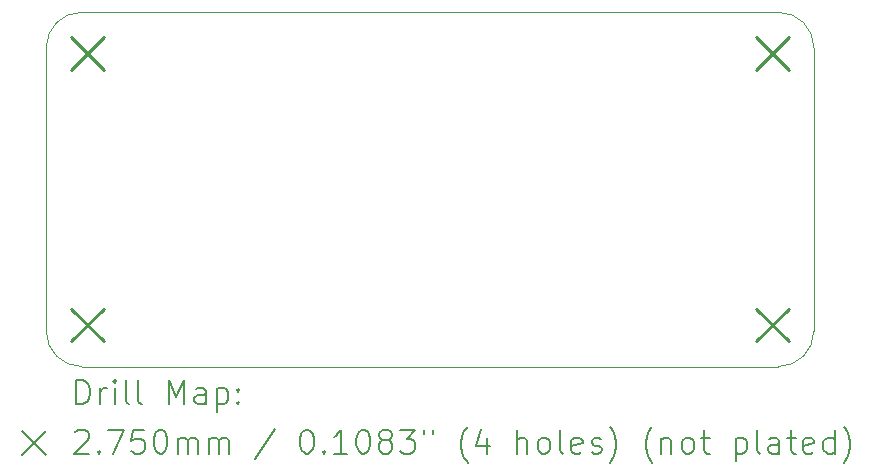
<source format=gbr>
%TF.GenerationSoftware,KiCad,Pcbnew,7.0.8*%
%TF.CreationDate,2023-11-03T14:19:17+02:00*%
%TF.ProjectId,TinyNumberHat,54696e79-4e75-46d6-9265-724861742e6b,rev?*%
%TF.SameCoordinates,Original*%
%TF.FileFunction,Drillmap*%
%TF.FilePolarity,Positive*%
%FSLAX45Y45*%
G04 Gerber Fmt 4.5, Leading zero omitted, Abs format (unit mm)*
G04 Created by KiCad (PCBNEW 7.0.8) date 2023-11-03 14:19:17*
%MOMM*%
%LPD*%
G01*
G04 APERTURE LIST*
%ADD10C,0.100000*%
%ADD11C,0.200000*%
%ADD12C,0.275000*%
G04 APERTURE END LIST*
D10*
X16500000Y-7300000D02*
G75*
G03*
X16200000Y-7000000I-300000J0D01*
G01*
X16500000Y-9700000D02*
X16500000Y-7300000D01*
X10000000Y-7300000D02*
X10000000Y-9700000D01*
X10000000Y-9700000D02*
G75*
G03*
X10300000Y-10000000I300000J0D01*
G01*
X10300000Y-10000000D02*
X16200000Y-10000000D01*
X16200000Y-10000000D02*
G75*
G03*
X16500000Y-9700000I0J300000D01*
G01*
X10300000Y-7000000D02*
G75*
G03*
X10000000Y-7300000I0J-300000D01*
G01*
X16200000Y-7000000D02*
X10300000Y-7000000D01*
D11*
D12*
X10212500Y-7212500D02*
X10487500Y-7487500D01*
X10487500Y-7212500D02*
X10212500Y-7487500D01*
X10212500Y-9512500D02*
X10487500Y-9787500D01*
X10487500Y-9512500D02*
X10212500Y-9787500D01*
X16012500Y-7212500D02*
X16287500Y-7487500D01*
X16287500Y-7212500D02*
X16012500Y-7487500D01*
X16012500Y-9512500D02*
X16287500Y-9787500D01*
X16287500Y-9512500D02*
X16012500Y-9787500D01*
D11*
X10255777Y-10316484D02*
X10255777Y-10116484D01*
X10255777Y-10116484D02*
X10303396Y-10116484D01*
X10303396Y-10116484D02*
X10331967Y-10126008D01*
X10331967Y-10126008D02*
X10351015Y-10145055D01*
X10351015Y-10145055D02*
X10360539Y-10164103D01*
X10360539Y-10164103D02*
X10370063Y-10202198D01*
X10370063Y-10202198D02*
X10370063Y-10230770D01*
X10370063Y-10230770D02*
X10360539Y-10268865D01*
X10360539Y-10268865D02*
X10351015Y-10287912D01*
X10351015Y-10287912D02*
X10331967Y-10306960D01*
X10331967Y-10306960D02*
X10303396Y-10316484D01*
X10303396Y-10316484D02*
X10255777Y-10316484D01*
X10455777Y-10316484D02*
X10455777Y-10183150D01*
X10455777Y-10221246D02*
X10465301Y-10202198D01*
X10465301Y-10202198D02*
X10474824Y-10192674D01*
X10474824Y-10192674D02*
X10493872Y-10183150D01*
X10493872Y-10183150D02*
X10512920Y-10183150D01*
X10579586Y-10316484D02*
X10579586Y-10183150D01*
X10579586Y-10116484D02*
X10570063Y-10126008D01*
X10570063Y-10126008D02*
X10579586Y-10135531D01*
X10579586Y-10135531D02*
X10589110Y-10126008D01*
X10589110Y-10126008D02*
X10579586Y-10116484D01*
X10579586Y-10116484D02*
X10579586Y-10135531D01*
X10703396Y-10316484D02*
X10684348Y-10306960D01*
X10684348Y-10306960D02*
X10674824Y-10287912D01*
X10674824Y-10287912D02*
X10674824Y-10116484D01*
X10808158Y-10316484D02*
X10789110Y-10306960D01*
X10789110Y-10306960D02*
X10779586Y-10287912D01*
X10779586Y-10287912D02*
X10779586Y-10116484D01*
X11036729Y-10316484D02*
X11036729Y-10116484D01*
X11036729Y-10116484D02*
X11103396Y-10259341D01*
X11103396Y-10259341D02*
X11170063Y-10116484D01*
X11170063Y-10116484D02*
X11170063Y-10316484D01*
X11351015Y-10316484D02*
X11351015Y-10211722D01*
X11351015Y-10211722D02*
X11341491Y-10192674D01*
X11341491Y-10192674D02*
X11322443Y-10183150D01*
X11322443Y-10183150D02*
X11284348Y-10183150D01*
X11284348Y-10183150D02*
X11265301Y-10192674D01*
X11351015Y-10306960D02*
X11331967Y-10316484D01*
X11331967Y-10316484D02*
X11284348Y-10316484D01*
X11284348Y-10316484D02*
X11265301Y-10306960D01*
X11265301Y-10306960D02*
X11255777Y-10287912D01*
X11255777Y-10287912D02*
X11255777Y-10268865D01*
X11255777Y-10268865D02*
X11265301Y-10249817D01*
X11265301Y-10249817D02*
X11284348Y-10240293D01*
X11284348Y-10240293D02*
X11331967Y-10240293D01*
X11331967Y-10240293D02*
X11351015Y-10230770D01*
X11446253Y-10183150D02*
X11446253Y-10383150D01*
X11446253Y-10192674D02*
X11465301Y-10183150D01*
X11465301Y-10183150D02*
X11503396Y-10183150D01*
X11503396Y-10183150D02*
X11522443Y-10192674D01*
X11522443Y-10192674D02*
X11531967Y-10202198D01*
X11531967Y-10202198D02*
X11541491Y-10221246D01*
X11541491Y-10221246D02*
X11541491Y-10278389D01*
X11541491Y-10278389D02*
X11531967Y-10297436D01*
X11531967Y-10297436D02*
X11522443Y-10306960D01*
X11522443Y-10306960D02*
X11503396Y-10316484D01*
X11503396Y-10316484D02*
X11465301Y-10316484D01*
X11465301Y-10316484D02*
X11446253Y-10306960D01*
X11627205Y-10297436D02*
X11636729Y-10306960D01*
X11636729Y-10306960D02*
X11627205Y-10316484D01*
X11627205Y-10316484D02*
X11617682Y-10306960D01*
X11617682Y-10306960D02*
X11627205Y-10297436D01*
X11627205Y-10297436D02*
X11627205Y-10316484D01*
X11627205Y-10192674D02*
X11636729Y-10202198D01*
X11636729Y-10202198D02*
X11627205Y-10211722D01*
X11627205Y-10211722D02*
X11617682Y-10202198D01*
X11617682Y-10202198D02*
X11627205Y-10192674D01*
X11627205Y-10192674D02*
X11627205Y-10211722D01*
X9795000Y-10545000D02*
X9995000Y-10745000D01*
X9995000Y-10545000D02*
X9795000Y-10745000D01*
X10246253Y-10555531D02*
X10255777Y-10546008D01*
X10255777Y-10546008D02*
X10274824Y-10536484D01*
X10274824Y-10536484D02*
X10322444Y-10536484D01*
X10322444Y-10536484D02*
X10341491Y-10546008D01*
X10341491Y-10546008D02*
X10351015Y-10555531D01*
X10351015Y-10555531D02*
X10360539Y-10574579D01*
X10360539Y-10574579D02*
X10360539Y-10593627D01*
X10360539Y-10593627D02*
X10351015Y-10622198D01*
X10351015Y-10622198D02*
X10236729Y-10736484D01*
X10236729Y-10736484D02*
X10360539Y-10736484D01*
X10446253Y-10717436D02*
X10455777Y-10726960D01*
X10455777Y-10726960D02*
X10446253Y-10736484D01*
X10446253Y-10736484D02*
X10436729Y-10726960D01*
X10436729Y-10726960D02*
X10446253Y-10717436D01*
X10446253Y-10717436D02*
X10446253Y-10736484D01*
X10522444Y-10536484D02*
X10655777Y-10536484D01*
X10655777Y-10536484D02*
X10570063Y-10736484D01*
X10827205Y-10536484D02*
X10731967Y-10536484D01*
X10731967Y-10536484D02*
X10722444Y-10631722D01*
X10722444Y-10631722D02*
X10731967Y-10622198D01*
X10731967Y-10622198D02*
X10751015Y-10612674D01*
X10751015Y-10612674D02*
X10798634Y-10612674D01*
X10798634Y-10612674D02*
X10817682Y-10622198D01*
X10817682Y-10622198D02*
X10827205Y-10631722D01*
X10827205Y-10631722D02*
X10836729Y-10650770D01*
X10836729Y-10650770D02*
X10836729Y-10698389D01*
X10836729Y-10698389D02*
X10827205Y-10717436D01*
X10827205Y-10717436D02*
X10817682Y-10726960D01*
X10817682Y-10726960D02*
X10798634Y-10736484D01*
X10798634Y-10736484D02*
X10751015Y-10736484D01*
X10751015Y-10736484D02*
X10731967Y-10726960D01*
X10731967Y-10726960D02*
X10722444Y-10717436D01*
X10960539Y-10536484D02*
X10979586Y-10536484D01*
X10979586Y-10536484D02*
X10998634Y-10546008D01*
X10998634Y-10546008D02*
X11008158Y-10555531D01*
X11008158Y-10555531D02*
X11017682Y-10574579D01*
X11017682Y-10574579D02*
X11027205Y-10612674D01*
X11027205Y-10612674D02*
X11027205Y-10660293D01*
X11027205Y-10660293D02*
X11017682Y-10698389D01*
X11017682Y-10698389D02*
X11008158Y-10717436D01*
X11008158Y-10717436D02*
X10998634Y-10726960D01*
X10998634Y-10726960D02*
X10979586Y-10736484D01*
X10979586Y-10736484D02*
X10960539Y-10736484D01*
X10960539Y-10736484D02*
X10941491Y-10726960D01*
X10941491Y-10726960D02*
X10931967Y-10717436D01*
X10931967Y-10717436D02*
X10922444Y-10698389D01*
X10922444Y-10698389D02*
X10912920Y-10660293D01*
X10912920Y-10660293D02*
X10912920Y-10612674D01*
X10912920Y-10612674D02*
X10922444Y-10574579D01*
X10922444Y-10574579D02*
X10931967Y-10555531D01*
X10931967Y-10555531D02*
X10941491Y-10546008D01*
X10941491Y-10546008D02*
X10960539Y-10536484D01*
X11112920Y-10736484D02*
X11112920Y-10603150D01*
X11112920Y-10622198D02*
X11122444Y-10612674D01*
X11122444Y-10612674D02*
X11141491Y-10603150D01*
X11141491Y-10603150D02*
X11170063Y-10603150D01*
X11170063Y-10603150D02*
X11189110Y-10612674D01*
X11189110Y-10612674D02*
X11198634Y-10631722D01*
X11198634Y-10631722D02*
X11198634Y-10736484D01*
X11198634Y-10631722D02*
X11208158Y-10612674D01*
X11208158Y-10612674D02*
X11227205Y-10603150D01*
X11227205Y-10603150D02*
X11255777Y-10603150D01*
X11255777Y-10603150D02*
X11274824Y-10612674D01*
X11274824Y-10612674D02*
X11284348Y-10631722D01*
X11284348Y-10631722D02*
X11284348Y-10736484D01*
X11379586Y-10736484D02*
X11379586Y-10603150D01*
X11379586Y-10622198D02*
X11389110Y-10612674D01*
X11389110Y-10612674D02*
X11408158Y-10603150D01*
X11408158Y-10603150D02*
X11436729Y-10603150D01*
X11436729Y-10603150D02*
X11455777Y-10612674D01*
X11455777Y-10612674D02*
X11465301Y-10631722D01*
X11465301Y-10631722D02*
X11465301Y-10736484D01*
X11465301Y-10631722D02*
X11474824Y-10612674D01*
X11474824Y-10612674D02*
X11493872Y-10603150D01*
X11493872Y-10603150D02*
X11522443Y-10603150D01*
X11522443Y-10603150D02*
X11541491Y-10612674D01*
X11541491Y-10612674D02*
X11551015Y-10631722D01*
X11551015Y-10631722D02*
X11551015Y-10736484D01*
X11941491Y-10526960D02*
X11770063Y-10784103D01*
X12198634Y-10536484D02*
X12217682Y-10536484D01*
X12217682Y-10536484D02*
X12236729Y-10546008D01*
X12236729Y-10546008D02*
X12246253Y-10555531D01*
X12246253Y-10555531D02*
X12255777Y-10574579D01*
X12255777Y-10574579D02*
X12265301Y-10612674D01*
X12265301Y-10612674D02*
X12265301Y-10660293D01*
X12265301Y-10660293D02*
X12255777Y-10698389D01*
X12255777Y-10698389D02*
X12246253Y-10717436D01*
X12246253Y-10717436D02*
X12236729Y-10726960D01*
X12236729Y-10726960D02*
X12217682Y-10736484D01*
X12217682Y-10736484D02*
X12198634Y-10736484D01*
X12198634Y-10736484D02*
X12179586Y-10726960D01*
X12179586Y-10726960D02*
X12170063Y-10717436D01*
X12170063Y-10717436D02*
X12160539Y-10698389D01*
X12160539Y-10698389D02*
X12151015Y-10660293D01*
X12151015Y-10660293D02*
X12151015Y-10612674D01*
X12151015Y-10612674D02*
X12160539Y-10574579D01*
X12160539Y-10574579D02*
X12170063Y-10555531D01*
X12170063Y-10555531D02*
X12179586Y-10546008D01*
X12179586Y-10546008D02*
X12198634Y-10536484D01*
X12351015Y-10717436D02*
X12360539Y-10726960D01*
X12360539Y-10726960D02*
X12351015Y-10736484D01*
X12351015Y-10736484D02*
X12341491Y-10726960D01*
X12341491Y-10726960D02*
X12351015Y-10717436D01*
X12351015Y-10717436D02*
X12351015Y-10736484D01*
X12551015Y-10736484D02*
X12436729Y-10736484D01*
X12493872Y-10736484D02*
X12493872Y-10536484D01*
X12493872Y-10536484D02*
X12474825Y-10565055D01*
X12474825Y-10565055D02*
X12455777Y-10584103D01*
X12455777Y-10584103D02*
X12436729Y-10593627D01*
X12674825Y-10536484D02*
X12693872Y-10536484D01*
X12693872Y-10536484D02*
X12712920Y-10546008D01*
X12712920Y-10546008D02*
X12722444Y-10555531D01*
X12722444Y-10555531D02*
X12731967Y-10574579D01*
X12731967Y-10574579D02*
X12741491Y-10612674D01*
X12741491Y-10612674D02*
X12741491Y-10660293D01*
X12741491Y-10660293D02*
X12731967Y-10698389D01*
X12731967Y-10698389D02*
X12722444Y-10717436D01*
X12722444Y-10717436D02*
X12712920Y-10726960D01*
X12712920Y-10726960D02*
X12693872Y-10736484D01*
X12693872Y-10736484D02*
X12674825Y-10736484D01*
X12674825Y-10736484D02*
X12655777Y-10726960D01*
X12655777Y-10726960D02*
X12646253Y-10717436D01*
X12646253Y-10717436D02*
X12636729Y-10698389D01*
X12636729Y-10698389D02*
X12627206Y-10660293D01*
X12627206Y-10660293D02*
X12627206Y-10612674D01*
X12627206Y-10612674D02*
X12636729Y-10574579D01*
X12636729Y-10574579D02*
X12646253Y-10555531D01*
X12646253Y-10555531D02*
X12655777Y-10546008D01*
X12655777Y-10546008D02*
X12674825Y-10536484D01*
X12855777Y-10622198D02*
X12836729Y-10612674D01*
X12836729Y-10612674D02*
X12827206Y-10603150D01*
X12827206Y-10603150D02*
X12817682Y-10584103D01*
X12817682Y-10584103D02*
X12817682Y-10574579D01*
X12817682Y-10574579D02*
X12827206Y-10555531D01*
X12827206Y-10555531D02*
X12836729Y-10546008D01*
X12836729Y-10546008D02*
X12855777Y-10536484D01*
X12855777Y-10536484D02*
X12893872Y-10536484D01*
X12893872Y-10536484D02*
X12912920Y-10546008D01*
X12912920Y-10546008D02*
X12922444Y-10555531D01*
X12922444Y-10555531D02*
X12931967Y-10574579D01*
X12931967Y-10574579D02*
X12931967Y-10584103D01*
X12931967Y-10584103D02*
X12922444Y-10603150D01*
X12922444Y-10603150D02*
X12912920Y-10612674D01*
X12912920Y-10612674D02*
X12893872Y-10622198D01*
X12893872Y-10622198D02*
X12855777Y-10622198D01*
X12855777Y-10622198D02*
X12836729Y-10631722D01*
X12836729Y-10631722D02*
X12827206Y-10641246D01*
X12827206Y-10641246D02*
X12817682Y-10660293D01*
X12817682Y-10660293D02*
X12817682Y-10698389D01*
X12817682Y-10698389D02*
X12827206Y-10717436D01*
X12827206Y-10717436D02*
X12836729Y-10726960D01*
X12836729Y-10726960D02*
X12855777Y-10736484D01*
X12855777Y-10736484D02*
X12893872Y-10736484D01*
X12893872Y-10736484D02*
X12912920Y-10726960D01*
X12912920Y-10726960D02*
X12922444Y-10717436D01*
X12922444Y-10717436D02*
X12931967Y-10698389D01*
X12931967Y-10698389D02*
X12931967Y-10660293D01*
X12931967Y-10660293D02*
X12922444Y-10641246D01*
X12922444Y-10641246D02*
X12912920Y-10631722D01*
X12912920Y-10631722D02*
X12893872Y-10622198D01*
X12998634Y-10536484D02*
X13122444Y-10536484D01*
X13122444Y-10536484D02*
X13055777Y-10612674D01*
X13055777Y-10612674D02*
X13084348Y-10612674D01*
X13084348Y-10612674D02*
X13103396Y-10622198D01*
X13103396Y-10622198D02*
X13112920Y-10631722D01*
X13112920Y-10631722D02*
X13122444Y-10650770D01*
X13122444Y-10650770D02*
X13122444Y-10698389D01*
X13122444Y-10698389D02*
X13112920Y-10717436D01*
X13112920Y-10717436D02*
X13103396Y-10726960D01*
X13103396Y-10726960D02*
X13084348Y-10736484D01*
X13084348Y-10736484D02*
X13027206Y-10736484D01*
X13027206Y-10736484D02*
X13008158Y-10726960D01*
X13008158Y-10726960D02*
X12998634Y-10717436D01*
X13198634Y-10536484D02*
X13198634Y-10574579D01*
X13274825Y-10536484D02*
X13274825Y-10574579D01*
X13570063Y-10812674D02*
X13560539Y-10803150D01*
X13560539Y-10803150D02*
X13541491Y-10774579D01*
X13541491Y-10774579D02*
X13531968Y-10755531D01*
X13531968Y-10755531D02*
X13522444Y-10726960D01*
X13522444Y-10726960D02*
X13512920Y-10679341D01*
X13512920Y-10679341D02*
X13512920Y-10641246D01*
X13512920Y-10641246D02*
X13522444Y-10593627D01*
X13522444Y-10593627D02*
X13531968Y-10565055D01*
X13531968Y-10565055D02*
X13541491Y-10546008D01*
X13541491Y-10546008D02*
X13560539Y-10517436D01*
X13560539Y-10517436D02*
X13570063Y-10507912D01*
X13731968Y-10603150D02*
X13731968Y-10736484D01*
X13684348Y-10526960D02*
X13636729Y-10669817D01*
X13636729Y-10669817D02*
X13760539Y-10669817D01*
X13989110Y-10736484D02*
X13989110Y-10536484D01*
X14074825Y-10736484D02*
X14074825Y-10631722D01*
X14074825Y-10631722D02*
X14065301Y-10612674D01*
X14065301Y-10612674D02*
X14046253Y-10603150D01*
X14046253Y-10603150D02*
X14017682Y-10603150D01*
X14017682Y-10603150D02*
X13998634Y-10612674D01*
X13998634Y-10612674D02*
X13989110Y-10622198D01*
X14198634Y-10736484D02*
X14179587Y-10726960D01*
X14179587Y-10726960D02*
X14170063Y-10717436D01*
X14170063Y-10717436D02*
X14160539Y-10698389D01*
X14160539Y-10698389D02*
X14160539Y-10641246D01*
X14160539Y-10641246D02*
X14170063Y-10622198D01*
X14170063Y-10622198D02*
X14179587Y-10612674D01*
X14179587Y-10612674D02*
X14198634Y-10603150D01*
X14198634Y-10603150D02*
X14227206Y-10603150D01*
X14227206Y-10603150D02*
X14246253Y-10612674D01*
X14246253Y-10612674D02*
X14255777Y-10622198D01*
X14255777Y-10622198D02*
X14265301Y-10641246D01*
X14265301Y-10641246D02*
X14265301Y-10698389D01*
X14265301Y-10698389D02*
X14255777Y-10717436D01*
X14255777Y-10717436D02*
X14246253Y-10726960D01*
X14246253Y-10726960D02*
X14227206Y-10736484D01*
X14227206Y-10736484D02*
X14198634Y-10736484D01*
X14379587Y-10736484D02*
X14360539Y-10726960D01*
X14360539Y-10726960D02*
X14351015Y-10707912D01*
X14351015Y-10707912D02*
X14351015Y-10536484D01*
X14531968Y-10726960D02*
X14512920Y-10736484D01*
X14512920Y-10736484D02*
X14474825Y-10736484D01*
X14474825Y-10736484D02*
X14455777Y-10726960D01*
X14455777Y-10726960D02*
X14446253Y-10707912D01*
X14446253Y-10707912D02*
X14446253Y-10631722D01*
X14446253Y-10631722D02*
X14455777Y-10612674D01*
X14455777Y-10612674D02*
X14474825Y-10603150D01*
X14474825Y-10603150D02*
X14512920Y-10603150D01*
X14512920Y-10603150D02*
X14531968Y-10612674D01*
X14531968Y-10612674D02*
X14541491Y-10631722D01*
X14541491Y-10631722D02*
X14541491Y-10650770D01*
X14541491Y-10650770D02*
X14446253Y-10669817D01*
X14617682Y-10726960D02*
X14636730Y-10736484D01*
X14636730Y-10736484D02*
X14674825Y-10736484D01*
X14674825Y-10736484D02*
X14693872Y-10726960D01*
X14693872Y-10726960D02*
X14703396Y-10707912D01*
X14703396Y-10707912D02*
X14703396Y-10698389D01*
X14703396Y-10698389D02*
X14693872Y-10679341D01*
X14693872Y-10679341D02*
X14674825Y-10669817D01*
X14674825Y-10669817D02*
X14646253Y-10669817D01*
X14646253Y-10669817D02*
X14627206Y-10660293D01*
X14627206Y-10660293D02*
X14617682Y-10641246D01*
X14617682Y-10641246D02*
X14617682Y-10631722D01*
X14617682Y-10631722D02*
X14627206Y-10612674D01*
X14627206Y-10612674D02*
X14646253Y-10603150D01*
X14646253Y-10603150D02*
X14674825Y-10603150D01*
X14674825Y-10603150D02*
X14693872Y-10612674D01*
X14770063Y-10812674D02*
X14779587Y-10803150D01*
X14779587Y-10803150D02*
X14798634Y-10774579D01*
X14798634Y-10774579D02*
X14808158Y-10755531D01*
X14808158Y-10755531D02*
X14817682Y-10726960D01*
X14817682Y-10726960D02*
X14827206Y-10679341D01*
X14827206Y-10679341D02*
X14827206Y-10641246D01*
X14827206Y-10641246D02*
X14817682Y-10593627D01*
X14817682Y-10593627D02*
X14808158Y-10565055D01*
X14808158Y-10565055D02*
X14798634Y-10546008D01*
X14798634Y-10546008D02*
X14779587Y-10517436D01*
X14779587Y-10517436D02*
X14770063Y-10507912D01*
X15131968Y-10812674D02*
X15122444Y-10803150D01*
X15122444Y-10803150D02*
X15103396Y-10774579D01*
X15103396Y-10774579D02*
X15093872Y-10755531D01*
X15093872Y-10755531D02*
X15084349Y-10726960D01*
X15084349Y-10726960D02*
X15074825Y-10679341D01*
X15074825Y-10679341D02*
X15074825Y-10641246D01*
X15074825Y-10641246D02*
X15084349Y-10593627D01*
X15084349Y-10593627D02*
X15093872Y-10565055D01*
X15093872Y-10565055D02*
X15103396Y-10546008D01*
X15103396Y-10546008D02*
X15122444Y-10517436D01*
X15122444Y-10517436D02*
X15131968Y-10507912D01*
X15208158Y-10603150D02*
X15208158Y-10736484D01*
X15208158Y-10622198D02*
X15217682Y-10612674D01*
X15217682Y-10612674D02*
X15236730Y-10603150D01*
X15236730Y-10603150D02*
X15265301Y-10603150D01*
X15265301Y-10603150D02*
X15284349Y-10612674D01*
X15284349Y-10612674D02*
X15293872Y-10631722D01*
X15293872Y-10631722D02*
X15293872Y-10736484D01*
X15417682Y-10736484D02*
X15398634Y-10726960D01*
X15398634Y-10726960D02*
X15389111Y-10717436D01*
X15389111Y-10717436D02*
X15379587Y-10698389D01*
X15379587Y-10698389D02*
X15379587Y-10641246D01*
X15379587Y-10641246D02*
X15389111Y-10622198D01*
X15389111Y-10622198D02*
X15398634Y-10612674D01*
X15398634Y-10612674D02*
X15417682Y-10603150D01*
X15417682Y-10603150D02*
X15446253Y-10603150D01*
X15446253Y-10603150D02*
X15465301Y-10612674D01*
X15465301Y-10612674D02*
X15474825Y-10622198D01*
X15474825Y-10622198D02*
X15484349Y-10641246D01*
X15484349Y-10641246D02*
X15484349Y-10698389D01*
X15484349Y-10698389D02*
X15474825Y-10717436D01*
X15474825Y-10717436D02*
X15465301Y-10726960D01*
X15465301Y-10726960D02*
X15446253Y-10736484D01*
X15446253Y-10736484D02*
X15417682Y-10736484D01*
X15541492Y-10603150D02*
X15617682Y-10603150D01*
X15570063Y-10536484D02*
X15570063Y-10707912D01*
X15570063Y-10707912D02*
X15579587Y-10726960D01*
X15579587Y-10726960D02*
X15598634Y-10736484D01*
X15598634Y-10736484D02*
X15617682Y-10736484D01*
X15836730Y-10603150D02*
X15836730Y-10803150D01*
X15836730Y-10612674D02*
X15855777Y-10603150D01*
X15855777Y-10603150D02*
X15893873Y-10603150D01*
X15893873Y-10603150D02*
X15912920Y-10612674D01*
X15912920Y-10612674D02*
X15922444Y-10622198D01*
X15922444Y-10622198D02*
X15931968Y-10641246D01*
X15931968Y-10641246D02*
X15931968Y-10698389D01*
X15931968Y-10698389D02*
X15922444Y-10717436D01*
X15922444Y-10717436D02*
X15912920Y-10726960D01*
X15912920Y-10726960D02*
X15893873Y-10736484D01*
X15893873Y-10736484D02*
X15855777Y-10736484D01*
X15855777Y-10736484D02*
X15836730Y-10726960D01*
X16046253Y-10736484D02*
X16027206Y-10726960D01*
X16027206Y-10726960D02*
X16017682Y-10707912D01*
X16017682Y-10707912D02*
X16017682Y-10536484D01*
X16208158Y-10736484D02*
X16208158Y-10631722D01*
X16208158Y-10631722D02*
X16198634Y-10612674D01*
X16198634Y-10612674D02*
X16179587Y-10603150D01*
X16179587Y-10603150D02*
X16141492Y-10603150D01*
X16141492Y-10603150D02*
X16122444Y-10612674D01*
X16208158Y-10726960D02*
X16189111Y-10736484D01*
X16189111Y-10736484D02*
X16141492Y-10736484D01*
X16141492Y-10736484D02*
X16122444Y-10726960D01*
X16122444Y-10726960D02*
X16112920Y-10707912D01*
X16112920Y-10707912D02*
X16112920Y-10688865D01*
X16112920Y-10688865D02*
X16122444Y-10669817D01*
X16122444Y-10669817D02*
X16141492Y-10660293D01*
X16141492Y-10660293D02*
X16189111Y-10660293D01*
X16189111Y-10660293D02*
X16208158Y-10650770D01*
X16274825Y-10603150D02*
X16351015Y-10603150D01*
X16303396Y-10536484D02*
X16303396Y-10707912D01*
X16303396Y-10707912D02*
X16312920Y-10726960D01*
X16312920Y-10726960D02*
X16331968Y-10736484D01*
X16331968Y-10736484D02*
X16351015Y-10736484D01*
X16493873Y-10726960D02*
X16474825Y-10736484D01*
X16474825Y-10736484D02*
X16436730Y-10736484D01*
X16436730Y-10736484D02*
X16417682Y-10726960D01*
X16417682Y-10726960D02*
X16408158Y-10707912D01*
X16408158Y-10707912D02*
X16408158Y-10631722D01*
X16408158Y-10631722D02*
X16417682Y-10612674D01*
X16417682Y-10612674D02*
X16436730Y-10603150D01*
X16436730Y-10603150D02*
X16474825Y-10603150D01*
X16474825Y-10603150D02*
X16493873Y-10612674D01*
X16493873Y-10612674D02*
X16503396Y-10631722D01*
X16503396Y-10631722D02*
X16503396Y-10650770D01*
X16503396Y-10650770D02*
X16408158Y-10669817D01*
X16674825Y-10736484D02*
X16674825Y-10536484D01*
X16674825Y-10726960D02*
X16655777Y-10736484D01*
X16655777Y-10736484D02*
X16617682Y-10736484D01*
X16617682Y-10736484D02*
X16598634Y-10726960D01*
X16598634Y-10726960D02*
X16589111Y-10717436D01*
X16589111Y-10717436D02*
X16579587Y-10698389D01*
X16579587Y-10698389D02*
X16579587Y-10641246D01*
X16579587Y-10641246D02*
X16589111Y-10622198D01*
X16589111Y-10622198D02*
X16598634Y-10612674D01*
X16598634Y-10612674D02*
X16617682Y-10603150D01*
X16617682Y-10603150D02*
X16655777Y-10603150D01*
X16655777Y-10603150D02*
X16674825Y-10612674D01*
X16751015Y-10812674D02*
X16760539Y-10803150D01*
X16760539Y-10803150D02*
X16779587Y-10774579D01*
X16779587Y-10774579D02*
X16789111Y-10755531D01*
X16789111Y-10755531D02*
X16798635Y-10726960D01*
X16798635Y-10726960D02*
X16808158Y-10679341D01*
X16808158Y-10679341D02*
X16808158Y-10641246D01*
X16808158Y-10641246D02*
X16798635Y-10593627D01*
X16798635Y-10593627D02*
X16789111Y-10565055D01*
X16789111Y-10565055D02*
X16779587Y-10546008D01*
X16779587Y-10546008D02*
X16760539Y-10517436D01*
X16760539Y-10517436D02*
X16751015Y-10507912D01*
M02*

</source>
